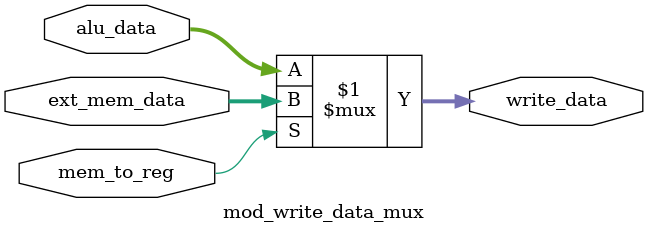
<source format=v>
/* 
Authors : Aditya Terkar, 16EC01003, IIT Bhubaneswar
Aim : 
*/
//////////////////////////////////////////////////////////////////////////////////////////
//project includes
/////////////////////////////////////////////////////////////////////////////////////////

module mod_write_data_mux ( 
                            //input ports
                            input [31 : 0] ext_mem_data,
                            input [31 : 0] alu_data,
                            input mem_to_reg,
                            
                            //output ports
                            output wire [31 : 0] write_data
                          );
//----------------------------parameters---------------------------------
//-----------------------------------------------------------------------
//-------------------------module instantiation--------------------------
//-----------------------------------------------------------------------
//-------------------------hardware action-------------------------------
    assign write_data = (mem_to_reg) ? ext_mem_data : alu_data;
//-----------------------------------------------------------------------
//----------------------functions and tasks------------------------------
//-----------------------------------------------------------------------
endmodule
</source>
